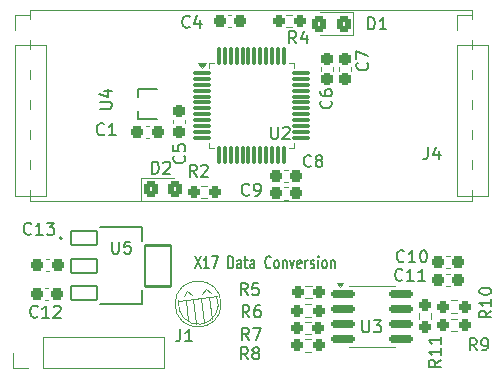
<source format=gto>
%TF.GenerationSoftware,KiCad,Pcbnew,8.0.4*%
%TF.CreationDate,2025-01-10T16:33:03-05:00*%
%TF.ProjectId,X17-Data-Conversion,5831372d-4461-4746-912d-436f6e766572,rev?*%
%TF.SameCoordinates,Original*%
%TF.FileFunction,Legend,Top*%
%TF.FilePolarity,Positive*%
%FSLAX46Y46*%
G04 Gerber Fmt 4.6, Leading zero omitted, Abs format (unit mm)*
G04 Created by KiCad (PCBNEW 8.0.4) date 2025-01-10 16:33:03*
%MOMM*%
%LPD*%
G01*
G04 APERTURE LIST*
G04 Aperture macros list*
%AMRoundRect*
0 Rectangle with rounded corners*
0 $1 Rounding radius*
0 $2 $3 $4 $5 $6 $7 $8 $9 X,Y pos of 4 corners*
0 Add a 4 corners polygon primitive as box body*
4,1,4,$2,$3,$4,$5,$6,$7,$8,$9,$2,$3,0*
0 Add four circle primitives for the rounded corners*
1,1,$1+$1,$2,$3*
1,1,$1+$1,$4,$5*
1,1,$1+$1,$6,$7*
1,1,$1+$1,$8,$9*
0 Add four rect primitives between the rounded corners*
20,1,$1+$1,$2,$3,$4,$5,0*
20,1,$1+$1,$4,$5,$6,$7,0*
20,1,$1+$1,$6,$7,$8,$9,0*
20,1,$1+$1,$8,$9,$2,$3,0*%
G04 Aperture macros list end*
%ADD10C,0.100000*%
%ADD11C,0.152400*%
%ADD12C,0.120000*%
%ADD13C,0.200000*%
%ADD14RoundRect,0.237500X-0.300000X-0.237500X0.300000X-0.237500X0.300000X0.237500X-0.300000X0.237500X0*%
%ADD15RoundRect,0.237500X-0.250000X-0.237500X0.250000X-0.237500X0.250000X0.237500X-0.250000X0.237500X0*%
%ADD16RoundRect,0.237500X0.300000X0.237500X-0.300000X0.237500X-0.300000X-0.237500X0.300000X-0.237500X0*%
%ADD17O,1.700000X1.700000*%
%ADD18R,1.700000X1.700000*%
%ADD19RoundRect,0.150000X-0.825000X-0.150000X0.825000X-0.150000X0.825000X0.150000X-0.825000X0.150000X0*%
%ADD20RoundRect,0.075000X-0.075000X-0.662500X0.075000X-0.662500X0.075000X0.662500X-0.075000X0.662500X0*%
%ADD21RoundRect,0.075000X-0.662500X-0.075000X0.662500X-0.075000X0.662500X0.075000X-0.662500X0.075000X0*%
%ADD22R,1.117600X0.457200*%
%ADD23RoundRect,0.237500X-0.237500X0.250000X-0.237500X-0.250000X0.237500X-0.250000X0.237500X0.250000X0*%
%ADD24RoundRect,0.237500X0.250000X0.237500X-0.250000X0.237500X-0.250000X-0.237500X0.250000X-0.237500X0*%
%ADD25RoundRect,0.250000X0.325000X0.450000X-0.325000X0.450000X-0.325000X-0.450000X0.325000X-0.450000X0*%
%ADD26RoundRect,0.250000X-0.325000X-0.450000X0.325000X-0.450000X0.325000X0.450000X-0.325000X0.450000X0*%
%ADD27RoundRect,0.237500X0.237500X-0.300000X0.237500X0.300000X-0.237500X0.300000X-0.237500X-0.300000X0*%
%ADD28RoundRect,0.102000X-1.100000X-0.600000X1.100000X-0.600000X1.100000X0.600000X-1.100000X0.600000X0*%
%ADD29RoundRect,0.102000X-1.100000X-1.750000X1.100000X-1.750000X1.100000X1.750000X-1.100000X1.750000X0*%
%ADD30RoundRect,0.237500X-0.237500X0.300000X-0.237500X-0.300000X0.237500X-0.300000X0.237500X0.300000X0*%
G04 APERTURE END LIST*
D10*
X157697777Y-89743763D02*
X158097777Y-90083763D01*
X157297777Y-90533763D02*
X157537777Y-92613763D01*
X157992777Y-90443763D02*
X158242777Y-92243763D01*
X156147777Y-89933763D02*
X156547777Y-90273763D01*
X158991653Y-91007526D02*
G75*
G02*
X155099455Y-91007526I-1946099J0D01*
G01*
X155099455Y-91007526D02*
G75*
G02*
X158991653Y-91007526I1946099J0D01*
G01*
X155982777Y-90683763D02*
X156167777Y-92463763D01*
X158610000Y-90350000D02*
G75*
G02*
X155405561Y-90717527I-1544453J-687423D01*
G01*
X155405554Y-90717526D02*
X158610000Y-90350000D01*
X155827777Y-90343763D02*
X156147777Y-89933763D01*
X157377777Y-90153763D02*
X157697777Y-89743763D01*
X156652777Y-90613763D02*
X156842777Y-92663763D01*
D11*
X156769120Y-86961735D02*
X157277120Y-87977735D01*
X157277120Y-86961735D02*
X156769120Y-87977735D01*
X157966548Y-87977735D02*
X157531119Y-87977735D01*
X157748834Y-87977735D02*
X157748834Y-86961735D01*
X157748834Y-86961735D02*
X157676262Y-87106878D01*
X157676262Y-87106878D02*
X157603691Y-87203640D01*
X157603691Y-87203640D02*
X157531119Y-87252021D01*
X158220548Y-86961735D02*
X158728548Y-86961735D01*
X158728548Y-86961735D02*
X158401976Y-87977735D01*
X159599404Y-87977735D02*
X159599404Y-86961735D01*
X159599404Y-86961735D02*
X159780833Y-86961735D01*
X159780833Y-86961735D02*
X159889690Y-87010116D01*
X159889690Y-87010116D02*
X159962261Y-87106878D01*
X159962261Y-87106878D02*
X159998547Y-87203640D01*
X159998547Y-87203640D02*
X160034833Y-87397164D01*
X160034833Y-87397164D02*
X160034833Y-87542307D01*
X160034833Y-87542307D02*
X159998547Y-87735831D01*
X159998547Y-87735831D02*
X159962261Y-87832593D01*
X159962261Y-87832593D02*
X159889690Y-87929355D01*
X159889690Y-87929355D02*
X159780833Y-87977735D01*
X159780833Y-87977735D02*
X159599404Y-87977735D01*
X160687976Y-87977735D02*
X160687976Y-87445545D01*
X160687976Y-87445545D02*
X160651690Y-87348783D01*
X160651690Y-87348783D02*
X160579118Y-87300402D01*
X160579118Y-87300402D02*
X160433976Y-87300402D01*
X160433976Y-87300402D02*
X160361404Y-87348783D01*
X160687976Y-87929355D02*
X160615404Y-87977735D01*
X160615404Y-87977735D02*
X160433976Y-87977735D01*
X160433976Y-87977735D02*
X160361404Y-87929355D01*
X160361404Y-87929355D02*
X160325118Y-87832593D01*
X160325118Y-87832593D02*
X160325118Y-87735831D01*
X160325118Y-87735831D02*
X160361404Y-87639069D01*
X160361404Y-87639069D02*
X160433976Y-87590688D01*
X160433976Y-87590688D02*
X160615404Y-87590688D01*
X160615404Y-87590688D02*
X160687976Y-87542307D01*
X160941976Y-87300402D02*
X161232262Y-87300402D01*
X161050833Y-86961735D02*
X161050833Y-87832593D01*
X161050833Y-87832593D02*
X161087119Y-87929355D01*
X161087119Y-87929355D02*
X161159690Y-87977735D01*
X161159690Y-87977735D02*
X161232262Y-87977735D01*
X161812834Y-87977735D02*
X161812834Y-87445545D01*
X161812834Y-87445545D02*
X161776548Y-87348783D01*
X161776548Y-87348783D02*
X161703976Y-87300402D01*
X161703976Y-87300402D02*
X161558834Y-87300402D01*
X161558834Y-87300402D02*
X161486262Y-87348783D01*
X161812834Y-87929355D02*
X161740262Y-87977735D01*
X161740262Y-87977735D02*
X161558834Y-87977735D01*
X161558834Y-87977735D02*
X161486262Y-87929355D01*
X161486262Y-87929355D02*
X161449976Y-87832593D01*
X161449976Y-87832593D02*
X161449976Y-87735831D01*
X161449976Y-87735831D02*
X161486262Y-87639069D01*
X161486262Y-87639069D02*
X161558834Y-87590688D01*
X161558834Y-87590688D02*
X161740262Y-87590688D01*
X161740262Y-87590688D02*
X161812834Y-87542307D01*
X163191691Y-87880974D02*
X163155405Y-87929355D01*
X163155405Y-87929355D02*
X163046548Y-87977735D01*
X163046548Y-87977735D02*
X162973976Y-87977735D01*
X162973976Y-87977735D02*
X162865119Y-87929355D01*
X162865119Y-87929355D02*
X162792548Y-87832593D01*
X162792548Y-87832593D02*
X162756262Y-87735831D01*
X162756262Y-87735831D02*
X162719976Y-87542307D01*
X162719976Y-87542307D02*
X162719976Y-87397164D01*
X162719976Y-87397164D02*
X162756262Y-87203640D01*
X162756262Y-87203640D02*
X162792548Y-87106878D01*
X162792548Y-87106878D02*
X162865119Y-87010116D01*
X162865119Y-87010116D02*
X162973976Y-86961735D01*
X162973976Y-86961735D02*
X163046548Y-86961735D01*
X163046548Y-86961735D02*
X163155405Y-87010116D01*
X163155405Y-87010116D02*
X163191691Y-87058497D01*
X163627119Y-87977735D02*
X163554548Y-87929355D01*
X163554548Y-87929355D02*
X163518262Y-87880974D01*
X163518262Y-87880974D02*
X163481976Y-87784212D01*
X163481976Y-87784212D02*
X163481976Y-87493926D01*
X163481976Y-87493926D02*
X163518262Y-87397164D01*
X163518262Y-87397164D02*
X163554548Y-87348783D01*
X163554548Y-87348783D02*
X163627119Y-87300402D01*
X163627119Y-87300402D02*
X163735976Y-87300402D01*
X163735976Y-87300402D02*
X163808548Y-87348783D01*
X163808548Y-87348783D02*
X163844834Y-87397164D01*
X163844834Y-87397164D02*
X163881119Y-87493926D01*
X163881119Y-87493926D02*
X163881119Y-87784212D01*
X163881119Y-87784212D02*
X163844834Y-87880974D01*
X163844834Y-87880974D02*
X163808548Y-87929355D01*
X163808548Y-87929355D02*
X163735976Y-87977735D01*
X163735976Y-87977735D02*
X163627119Y-87977735D01*
X164207691Y-87300402D02*
X164207691Y-87977735D01*
X164207691Y-87397164D02*
X164243977Y-87348783D01*
X164243977Y-87348783D02*
X164316548Y-87300402D01*
X164316548Y-87300402D02*
X164425405Y-87300402D01*
X164425405Y-87300402D02*
X164497977Y-87348783D01*
X164497977Y-87348783D02*
X164534263Y-87445545D01*
X164534263Y-87445545D02*
X164534263Y-87977735D01*
X164824549Y-87300402D02*
X165005977Y-87977735D01*
X165005977Y-87977735D02*
X165187406Y-87300402D01*
X165767977Y-87929355D02*
X165695405Y-87977735D01*
X165695405Y-87977735D02*
X165550263Y-87977735D01*
X165550263Y-87977735D02*
X165477691Y-87929355D01*
X165477691Y-87929355D02*
X165441405Y-87832593D01*
X165441405Y-87832593D02*
X165441405Y-87445545D01*
X165441405Y-87445545D02*
X165477691Y-87348783D01*
X165477691Y-87348783D02*
X165550263Y-87300402D01*
X165550263Y-87300402D02*
X165695405Y-87300402D01*
X165695405Y-87300402D02*
X165767977Y-87348783D01*
X165767977Y-87348783D02*
X165804263Y-87445545D01*
X165804263Y-87445545D02*
X165804263Y-87542307D01*
X165804263Y-87542307D02*
X165441405Y-87639069D01*
X166130834Y-87977735D02*
X166130834Y-87300402D01*
X166130834Y-87493926D02*
X166167120Y-87397164D01*
X166167120Y-87397164D02*
X166203406Y-87348783D01*
X166203406Y-87348783D02*
X166275977Y-87300402D01*
X166275977Y-87300402D02*
X166348548Y-87300402D01*
X166566262Y-87929355D02*
X166638834Y-87977735D01*
X166638834Y-87977735D02*
X166783977Y-87977735D01*
X166783977Y-87977735D02*
X166856548Y-87929355D01*
X166856548Y-87929355D02*
X166892834Y-87832593D01*
X166892834Y-87832593D02*
X166892834Y-87784212D01*
X166892834Y-87784212D02*
X166856548Y-87687450D01*
X166856548Y-87687450D02*
X166783977Y-87639069D01*
X166783977Y-87639069D02*
X166675120Y-87639069D01*
X166675120Y-87639069D02*
X166602548Y-87590688D01*
X166602548Y-87590688D02*
X166566262Y-87493926D01*
X166566262Y-87493926D02*
X166566262Y-87445545D01*
X166566262Y-87445545D02*
X166602548Y-87348783D01*
X166602548Y-87348783D02*
X166675120Y-87300402D01*
X166675120Y-87300402D02*
X166783977Y-87300402D01*
X166783977Y-87300402D02*
X166856548Y-87348783D01*
X167219405Y-87977735D02*
X167219405Y-87300402D01*
X167219405Y-86961735D02*
X167183119Y-87010116D01*
X167183119Y-87010116D02*
X167219405Y-87058497D01*
X167219405Y-87058497D02*
X167255691Y-87010116D01*
X167255691Y-87010116D02*
X167219405Y-86961735D01*
X167219405Y-86961735D02*
X167219405Y-87058497D01*
X167691119Y-87977735D02*
X167618548Y-87929355D01*
X167618548Y-87929355D02*
X167582262Y-87880974D01*
X167582262Y-87880974D02*
X167545976Y-87784212D01*
X167545976Y-87784212D02*
X167545976Y-87493926D01*
X167545976Y-87493926D02*
X167582262Y-87397164D01*
X167582262Y-87397164D02*
X167618548Y-87348783D01*
X167618548Y-87348783D02*
X167691119Y-87300402D01*
X167691119Y-87300402D02*
X167799976Y-87300402D01*
X167799976Y-87300402D02*
X167872548Y-87348783D01*
X167872548Y-87348783D02*
X167908834Y-87397164D01*
X167908834Y-87397164D02*
X167945119Y-87493926D01*
X167945119Y-87493926D02*
X167945119Y-87784212D01*
X167945119Y-87784212D02*
X167908834Y-87880974D01*
X167908834Y-87880974D02*
X167872548Y-87929355D01*
X167872548Y-87929355D02*
X167799976Y-87977735D01*
X167799976Y-87977735D02*
X167691119Y-87977735D01*
X168271691Y-87300402D02*
X168271691Y-87977735D01*
X168271691Y-87397164D02*
X168307977Y-87348783D01*
X168307977Y-87348783D02*
X168380548Y-87300402D01*
X168380548Y-87300402D02*
X168489405Y-87300402D01*
X168489405Y-87300402D02*
X168561977Y-87348783D01*
X168561977Y-87348783D02*
X168598263Y-87445545D01*
X168598263Y-87445545D02*
X168598263Y-87977735D01*
X161370667Y-81735334D02*
X161322286Y-81783715D01*
X161322286Y-81783715D02*
X161177143Y-81832095D01*
X161177143Y-81832095D02*
X161080381Y-81832095D01*
X161080381Y-81832095D02*
X160935238Y-81783715D01*
X160935238Y-81783715D02*
X160838476Y-81686953D01*
X160838476Y-81686953D02*
X160790095Y-81590191D01*
X160790095Y-81590191D02*
X160741714Y-81396667D01*
X160741714Y-81396667D02*
X160741714Y-81251524D01*
X160741714Y-81251524D02*
X160790095Y-81058000D01*
X160790095Y-81058000D02*
X160838476Y-80961238D01*
X160838476Y-80961238D02*
X160935238Y-80864476D01*
X160935238Y-80864476D02*
X161080381Y-80816095D01*
X161080381Y-80816095D02*
X161177143Y-80816095D01*
X161177143Y-80816095D02*
X161322286Y-80864476D01*
X161322286Y-80864476D02*
X161370667Y-80912857D01*
X161854476Y-81832095D02*
X162048000Y-81832095D01*
X162048000Y-81832095D02*
X162144762Y-81783715D01*
X162144762Y-81783715D02*
X162193143Y-81735334D01*
X162193143Y-81735334D02*
X162289905Y-81590191D01*
X162289905Y-81590191D02*
X162338286Y-81396667D01*
X162338286Y-81396667D02*
X162338286Y-81009619D01*
X162338286Y-81009619D02*
X162289905Y-80912857D01*
X162289905Y-80912857D02*
X162241524Y-80864476D01*
X162241524Y-80864476D02*
X162144762Y-80816095D01*
X162144762Y-80816095D02*
X161951238Y-80816095D01*
X161951238Y-80816095D02*
X161854476Y-80864476D01*
X161854476Y-80864476D02*
X161806095Y-80912857D01*
X161806095Y-80912857D02*
X161757714Y-81009619D01*
X161757714Y-81009619D02*
X161757714Y-81251524D01*
X161757714Y-81251524D02*
X161806095Y-81348286D01*
X161806095Y-81348286D02*
X161854476Y-81396667D01*
X161854476Y-81396667D02*
X161951238Y-81445048D01*
X161951238Y-81445048D02*
X162144762Y-81445048D01*
X162144762Y-81445048D02*
X162241524Y-81396667D01*
X162241524Y-81396667D02*
X162289905Y-81348286D01*
X162289905Y-81348286D02*
X162338286Y-81251524D01*
X161340667Y-94062095D02*
X161002000Y-93578286D01*
X160760095Y-94062095D02*
X160760095Y-93046095D01*
X160760095Y-93046095D02*
X161147143Y-93046095D01*
X161147143Y-93046095D02*
X161243905Y-93094476D01*
X161243905Y-93094476D02*
X161292286Y-93142857D01*
X161292286Y-93142857D02*
X161340667Y-93239619D01*
X161340667Y-93239619D02*
X161340667Y-93384762D01*
X161340667Y-93384762D02*
X161292286Y-93481524D01*
X161292286Y-93481524D02*
X161243905Y-93529905D01*
X161243905Y-93529905D02*
X161147143Y-93578286D01*
X161147143Y-93578286D02*
X160760095Y-93578286D01*
X161679333Y-93046095D02*
X162356667Y-93046095D01*
X162356667Y-93046095D02*
X161921238Y-94062095D01*
X142916857Y-85045334D02*
X142868476Y-85093715D01*
X142868476Y-85093715D02*
X142723333Y-85142095D01*
X142723333Y-85142095D02*
X142626571Y-85142095D01*
X142626571Y-85142095D02*
X142481428Y-85093715D01*
X142481428Y-85093715D02*
X142384666Y-84996953D01*
X142384666Y-84996953D02*
X142336285Y-84900191D01*
X142336285Y-84900191D02*
X142287904Y-84706667D01*
X142287904Y-84706667D02*
X142287904Y-84561524D01*
X142287904Y-84561524D02*
X142336285Y-84368000D01*
X142336285Y-84368000D02*
X142384666Y-84271238D01*
X142384666Y-84271238D02*
X142481428Y-84174476D01*
X142481428Y-84174476D02*
X142626571Y-84126095D01*
X142626571Y-84126095D02*
X142723333Y-84126095D01*
X142723333Y-84126095D02*
X142868476Y-84174476D01*
X142868476Y-84174476D02*
X142916857Y-84222857D01*
X143884476Y-85142095D02*
X143303904Y-85142095D01*
X143594190Y-85142095D02*
X143594190Y-84126095D01*
X143594190Y-84126095D02*
X143497428Y-84271238D01*
X143497428Y-84271238D02*
X143400666Y-84368000D01*
X143400666Y-84368000D02*
X143303904Y-84416381D01*
X144223142Y-84126095D02*
X144852095Y-84126095D01*
X144852095Y-84126095D02*
X144513428Y-84513143D01*
X144513428Y-84513143D02*
X144658571Y-84513143D01*
X144658571Y-84513143D02*
X144755333Y-84561524D01*
X144755333Y-84561524D02*
X144803714Y-84609905D01*
X144803714Y-84609905D02*
X144852095Y-84706667D01*
X144852095Y-84706667D02*
X144852095Y-84948572D01*
X144852095Y-84948572D02*
X144803714Y-85045334D01*
X144803714Y-85045334D02*
X144755333Y-85093715D01*
X144755333Y-85093715D02*
X144658571Y-85142095D01*
X144658571Y-85142095D02*
X144368285Y-85142095D01*
X144368285Y-85142095D02*
X144271523Y-85093715D01*
X144271523Y-85093715D02*
X144223142Y-85045334D01*
X176511333Y-77746095D02*
X176511333Y-78471810D01*
X176511333Y-78471810D02*
X176462952Y-78616953D01*
X176462952Y-78616953D02*
X176366190Y-78713715D01*
X176366190Y-78713715D02*
X176221047Y-78762095D01*
X176221047Y-78762095D02*
X176124285Y-78762095D01*
X177430571Y-78084762D02*
X177430571Y-78762095D01*
X177188666Y-77697715D02*
X176946761Y-78423429D01*
X176946761Y-78423429D02*
X177575714Y-78423429D01*
X174346857Y-88955334D02*
X174298476Y-89003715D01*
X174298476Y-89003715D02*
X174153333Y-89052095D01*
X174153333Y-89052095D02*
X174056571Y-89052095D01*
X174056571Y-89052095D02*
X173911428Y-89003715D01*
X173911428Y-89003715D02*
X173814666Y-88906953D01*
X173814666Y-88906953D02*
X173766285Y-88810191D01*
X173766285Y-88810191D02*
X173717904Y-88616667D01*
X173717904Y-88616667D02*
X173717904Y-88471524D01*
X173717904Y-88471524D02*
X173766285Y-88278000D01*
X173766285Y-88278000D02*
X173814666Y-88181238D01*
X173814666Y-88181238D02*
X173911428Y-88084476D01*
X173911428Y-88084476D02*
X174056571Y-88036095D01*
X174056571Y-88036095D02*
X174153333Y-88036095D01*
X174153333Y-88036095D02*
X174298476Y-88084476D01*
X174298476Y-88084476D02*
X174346857Y-88132857D01*
X175314476Y-89052095D02*
X174733904Y-89052095D01*
X175024190Y-89052095D02*
X175024190Y-88036095D01*
X175024190Y-88036095D02*
X174927428Y-88181238D01*
X174927428Y-88181238D02*
X174830666Y-88278000D01*
X174830666Y-88278000D02*
X174733904Y-88326381D01*
X176282095Y-89052095D02*
X175701523Y-89052095D01*
X175991809Y-89052095D02*
X175991809Y-88036095D01*
X175991809Y-88036095D02*
X175895047Y-88181238D01*
X175895047Y-88181238D02*
X175798285Y-88278000D01*
X175798285Y-88278000D02*
X175701523Y-88326381D01*
X181872095Y-91563142D02*
X181388286Y-91901809D01*
X181872095Y-92143714D02*
X180856095Y-92143714D01*
X180856095Y-92143714D02*
X180856095Y-91756666D01*
X180856095Y-91756666D02*
X180904476Y-91659904D01*
X180904476Y-91659904D02*
X180952857Y-91611523D01*
X180952857Y-91611523D02*
X181049619Y-91563142D01*
X181049619Y-91563142D02*
X181194762Y-91563142D01*
X181194762Y-91563142D02*
X181291524Y-91611523D01*
X181291524Y-91611523D02*
X181339905Y-91659904D01*
X181339905Y-91659904D02*
X181388286Y-91756666D01*
X181388286Y-91756666D02*
X181388286Y-92143714D01*
X181872095Y-90595523D02*
X181872095Y-91176095D01*
X181872095Y-90885809D02*
X180856095Y-90885809D01*
X180856095Y-90885809D02*
X181001238Y-90982571D01*
X181001238Y-90982571D02*
X181098000Y-91079333D01*
X181098000Y-91079333D02*
X181146381Y-91176095D01*
X180856095Y-89966571D02*
X180856095Y-89869809D01*
X180856095Y-89869809D02*
X180904476Y-89773047D01*
X180904476Y-89773047D02*
X180952857Y-89724666D01*
X180952857Y-89724666D02*
X181049619Y-89676285D01*
X181049619Y-89676285D02*
X181243143Y-89627904D01*
X181243143Y-89627904D02*
X181485048Y-89627904D01*
X181485048Y-89627904D02*
X181678572Y-89676285D01*
X181678572Y-89676285D02*
X181775334Y-89724666D01*
X181775334Y-89724666D02*
X181823715Y-89773047D01*
X181823715Y-89773047D02*
X181872095Y-89869809D01*
X181872095Y-89869809D02*
X181872095Y-89966571D01*
X181872095Y-89966571D02*
X181823715Y-90063333D01*
X181823715Y-90063333D02*
X181775334Y-90111714D01*
X181775334Y-90111714D02*
X181678572Y-90160095D01*
X181678572Y-90160095D02*
X181485048Y-90208476D01*
X181485048Y-90208476D02*
X181243143Y-90208476D01*
X181243143Y-90208476D02*
X181049619Y-90160095D01*
X181049619Y-90160095D02*
X180952857Y-90111714D01*
X180952857Y-90111714D02*
X180904476Y-90063333D01*
X180904476Y-90063333D02*
X180856095Y-89966571D01*
X170945904Y-92396095D02*
X170945904Y-93218572D01*
X170945904Y-93218572D02*
X170994285Y-93315334D01*
X170994285Y-93315334D02*
X171042666Y-93363715D01*
X171042666Y-93363715D02*
X171139428Y-93412095D01*
X171139428Y-93412095D02*
X171332952Y-93412095D01*
X171332952Y-93412095D02*
X171429714Y-93363715D01*
X171429714Y-93363715D02*
X171478095Y-93315334D01*
X171478095Y-93315334D02*
X171526476Y-93218572D01*
X171526476Y-93218572D02*
X171526476Y-92396095D01*
X171913523Y-92396095D02*
X172542476Y-92396095D01*
X172542476Y-92396095D02*
X172203809Y-92783143D01*
X172203809Y-92783143D02*
X172348952Y-92783143D01*
X172348952Y-92783143D02*
X172445714Y-92831524D01*
X172445714Y-92831524D02*
X172494095Y-92879905D01*
X172494095Y-92879905D02*
X172542476Y-92976667D01*
X172542476Y-92976667D02*
X172542476Y-93218572D01*
X172542476Y-93218572D02*
X172494095Y-93315334D01*
X172494095Y-93315334D02*
X172445714Y-93363715D01*
X172445714Y-93363715D02*
X172348952Y-93412095D01*
X172348952Y-93412095D02*
X172058666Y-93412095D01*
X172058666Y-93412095D02*
X171961904Y-93363715D01*
X171961904Y-93363715D02*
X171913523Y-93315334D01*
X163215904Y-76006095D02*
X163215904Y-76828572D01*
X163215904Y-76828572D02*
X163264285Y-76925334D01*
X163264285Y-76925334D02*
X163312666Y-76973715D01*
X163312666Y-76973715D02*
X163409428Y-77022095D01*
X163409428Y-77022095D02*
X163602952Y-77022095D01*
X163602952Y-77022095D02*
X163699714Y-76973715D01*
X163699714Y-76973715D02*
X163748095Y-76925334D01*
X163748095Y-76925334D02*
X163796476Y-76828572D01*
X163796476Y-76828572D02*
X163796476Y-76006095D01*
X164231904Y-76102857D02*
X164280285Y-76054476D01*
X164280285Y-76054476D02*
X164377047Y-76006095D01*
X164377047Y-76006095D02*
X164618952Y-76006095D01*
X164618952Y-76006095D02*
X164715714Y-76054476D01*
X164715714Y-76054476D02*
X164764095Y-76102857D01*
X164764095Y-76102857D02*
X164812476Y-76199619D01*
X164812476Y-76199619D02*
X164812476Y-76296381D01*
X164812476Y-76296381D02*
X164764095Y-76441524D01*
X164764095Y-76441524D02*
X164183523Y-77022095D01*
X164183523Y-77022095D02*
X164812476Y-77022095D01*
X161260667Y-95702095D02*
X160922000Y-95218286D01*
X160680095Y-95702095D02*
X160680095Y-94686095D01*
X160680095Y-94686095D02*
X161067143Y-94686095D01*
X161067143Y-94686095D02*
X161163905Y-94734476D01*
X161163905Y-94734476D02*
X161212286Y-94782857D01*
X161212286Y-94782857D02*
X161260667Y-94879619D01*
X161260667Y-94879619D02*
X161260667Y-95024762D01*
X161260667Y-95024762D02*
X161212286Y-95121524D01*
X161212286Y-95121524D02*
X161163905Y-95169905D01*
X161163905Y-95169905D02*
X161067143Y-95218286D01*
X161067143Y-95218286D02*
X160680095Y-95218286D01*
X161841238Y-95121524D02*
X161744476Y-95073143D01*
X161744476Y-95073143D02*
X161696095Y-95024762D01*
X161696095Y-95024762D02*
X161647714Y-94928000D01*
X161647714Y-94928000D02*
X161647714Y-94879619D01*
X161647714Y-94879619D02*
X161696095Y-94782857D01*
X161696095Y-94782857D02*
X161744476Y-94734476D01*
X161744476Y-94734476D02*
X161841238Y-94686095D01*
X161841238Y-94686095D02*
X162034762Y-94686095D01*
X162034762Y-94686095D02*
X162131524Y-94734476D01*
X162131524Y-94734476D02*
X162179905Y-94782857D01*
X162179905Y-94782857D02*
X162228286Y-94879619D01*
X162228286Y-94879619D02*
X162228286Y-94928000D01*
X162228286Y-94928000D02*
X162179905Y-95024762D01*
X162179905Y-95024762D02*
X162131524Y-95073143D01*
X162131524Y-95073143D02*
X162034762Y-95121524D01*
X162034762Y-95121524D02*
X161841238Y-95121524D01*
X161841238Y-95121524D02*
X161744476Y-95169905D01*
X161744476Y-95169905D02*
X161696095Y-95218286D01*
X161696095Y-95218286D02*
X161647714Y-95315048D01*
X161647714Y-95315048D02*
X161647714Y-95508572D01*
X161647714Y-95508572D02*
X161696095Y-95605334D01*
X161696095Y-95605334D02*
X161744476Y-95653715D01*
X161744476Y-95653715D02*
X161841238Y-95702095D01*
X161841238Y-95702095D02*
X162034762Y-95702095D01*
X162034762Y-95702095D02*
X162131524Y-95653715D01*
X162131524Y-95653715D02*
X162179905Y-95605334D01*
X162179905Y-95605334D02*
X162228286Y-95508572D01*
X162228286Y-95508572D02*
X162228286Y-95315048D01*
X162228286Y-95315048D02*
X162179905Y-95218286D01*
X162179905Y-95218286D02*
X162131524Y-95169905D01*
X162131524Y-95169905D02*
X162034762Y-95121524D01*
X143466857Y-92055334D02*
X143418476Y-92103715D01*
X143418476Y-92103715D02*
X143273333Y-92152095D01*
X143273333Y-92152095D02*
X143176571Y-92152095D01*
X143176571Y-92152095D02*
X143031428Y-92103715D01*
X143031428Y-92103715D02*
X142934666Y-92006953D01*
X142934666Y-92006953D02*
X142886285Y-91910191D01*
X142886285Y-91910191D02*
X142837904Y-91716667D01*
X142837904Y-91716667D02*
X142837904Y-91571524D01*
X142837904Y-91571524D02*
X142886285Y-91378000D01*
X142886285Y-91378000D02*
X142934666Y-91281238D01*
X142934666Y-91281238D02*
X143031428Y-91184476D01*
X143031428Y-91184476D02*
X143176571Y-91136095D01*
X143176571Y-91136095D02*
X143273333Y-91136095D01*
X143273333Y-91136095D02*
X143418476Y-91184476D01*
X143418476Y-91184476D02*
X143466857Y-91232857D01*
X144434476Y-92152095D02*
X143853904Y-92152095D01*
X144144190Y-92152095D02*
X144144190Y-91136095D01*
X144144190Y-91136095D02*
X144047428Y-91281238D01*
X144047428Y-91281238D02*
X143950666Y-91378000D01*
X143950666Y-91378000D02*
X143853904Y-91426381D01*
X144821523Y-91232857D02*
X144869904Y-91184476D01*
X144869904Y-91184476D02*
X144966666Y-91136095D01*
X144966666Y-91136095D02*
X145208571Y-91136095D01*
X145208571Y-91136095D02*
X145305333Y-91184476D01*
X145305333Y-91184476D02*
X145353714Y-91232857D01*
X145353714Y-91232857D02*
X145402095Y-91329619D01*
X145402095Y-91329619D02*
X145402095Y-91426381D01*
X145402095Y-91426381D02*
X145353714Y-91571524D01*
X145353714Y-91571524D02*
X144773142Y-92152095D01*
X144773142Y-92152095D02*
X145402095Y-92152095D01*
X161390667Y-92132095D02*
X161052000Y-91648286D01*
X160810095Y-92132095D02*
X160810095Y-91116095D01*
X160810095Y-91116095D02*
X161197143Y-91116095D01*
X161197143Y-91116095D02*
X161293905Y-91164476D01*
X161293905Y-91164476D02*
X161342286Y-91212857D01*
X161342286Y-91212857D02*
X161390667Y-91309619D01*
X161390667Y-91309619D02*
X161390667Y-91454762D01*
X161390667Y-91454762D02*
X161342286Y-91551524D01*
X161342286Y-91551524D02*
X161293905Y-91599905D01*
X161293905Y-91599905D02*
X161197143Y-91648286D01*
X161197143Y-91648286D02*
X160810095Y-91648286D01*
X162261524Y-91116095D02*
X162068000Y-91116095D01*
X162068000Y-91116095D02*
X161971238Y-91164476D01*
X161971238Y-91164476D02*
X161922857Y-91212857D01*
X161922857Y-91212857D02*
X161826095Y-91358000D01*
X161826095Y-91358000D02*
X161777714Y-91551524D01*
X161777714Y-91551524D02*
X161777714Y-91938572D01*
X161777714Y-91938572D02*
X161826095Y-92035334D01*
X161826095Y-92035334D02*
X161874476Y-92083715D01*
X161874476Y-92083715D02*
X161971238Y-92132095D01*
X161971238Y-92132095D02*
X162164762Y-92132095D01*
X162164762Y-92132095D02*
X162261524Y-92083715D01*
X162261524Y-92083715D02*
X162309905Y-92035334D01*
X162309905Y-92035334D02*
X162358286Y-91938572D01*
X162358286Y-91938572D02*
X162358286Y-91696667D01*
X162358286Y-91696667D02*
X162309905Y-91599905D01*
X162309905Y-91599905D02*
X162261524Y-91551524D01*
X162261524Y-91551524D02*
X162164762Y-91503143D01*
X162164762Y-91503143D02*
X161971238Y-91503143D01*
X161971238Y-91503143D02*
X161874476Y-91551524D01*
X161874476Y-91551524D02*
X161826095Y-91599905D01*
X161826095Y-91599905D02*
X161777714Y-91696667D01*
X148736095Y-74464095D02*
X149558572Y-74464095D01*
X149558572Y-74464095D02*
X149655334Y-74415714D01*
X149655334Y-74415714D02*
X149703715Y-74367333D01*
X149703715Y-74367333D02*
X149752095Y-74270571D01*
X149752095Y-74270571D02*
X149752095Y-74077047D01*
X149752095Y-74077047D02*
X149703715Y-73980285D01*
X149703715Y-73980285D02*
X149655334Y-73931904D01*
X149655334Y-73931904D02*
X149558572Y-73883523D01*
X149558572Y-73883523D02*
X148736095Y-73883523D01*
X149074762Y-72964285D02*
X149752095Y-72964285D01*
X148687715Y-73206190D02*
X149413429Y-73448095D01*
X149413429Y-73448095D02*
X149413429Y-72819142D01*
X177572095Y-95733142D02*
X177088286Y-96071809D01*
X177572095Y-96313714D02*
X176556095Y-96313714D01*
X176556095Y-96313714D02*
X176556095Y-95926666D01*
X176556095Y-95926666D02*
X176604476Y-95829904D01*
X176604476Y-95829904D02*
X176652857Y-95781523D01*
X176652857Y-95781523D02*
X176749619Y-95733142D01*
X176749619Y-95733142D02*
X176894762Y-95733142D01*
X176894762Y-95733142D02*
X176991524Y-95781523D01*
X176991524Y-95781523D02*
X177039905Y-95829904D01*
X177039905Y-95829904D02*
X177088286Y-95926666D01*
X177088286Y-95926666D02*
X177088286Y-96313714D01*
X177572095Y-94765523D02*
X177572095Y-95346095D01*
X177572095Y-95055809D02*
X176556095Y-95055809D01*
X176556095Y-95055809D02*
X176701238Y-95152571D01*
X176701238Y-95152571D02*
X176798000Y-95249333D01*
X176798000Y-95249333D02*
X176846381Y-95346095D01*
X177572095Y-93797904D02*
X177572095Y-94378476D01*
X177572095Y-94088190D02*
X176556095Y-94088190D01*
X176556095Y-94088190D02*
X176701238Y-94184952D01*
X176701238Y-94184952D02*
X176798000Y-94281714D01*
X176798000Y-94281714D02*
X176846381Y-94378476D01*
X180630667Y-94932095D02*
X180292000Y-94448286D01*
X180050095Y-94932095D02*
X180050095Y-93916095D01*
X180050095Y-93916095D02*
X180437143Y-93916095D01*
X180437143Y-93916095D02*
X180533905Y-93964476D01*
X180533905Y-93964476D02*
X180582286Y-94012857D01*
X180582286Y-94012857D02*
X180630667Y-94109619D01*
X180630667Y-94109619D02*
X180630667Y-94254762D01*
X180630667Y-94254762D02*
X180582286Y-94351524D01*
X180582286Y-94351524D02*
X180533905Y-94399905D01*
X180533905Y-94399905D02*
X180437143Y-94448286D01*
X180437143Y-94448286D02*
X180050095Y-94448286D01*
X181114476Y-94932095D02*
X181308000Y-94932095D01*
X181308000Y-94932095D02*
X181404762Y-94883715D01*
X181404762Y-94883715D02*
X181453143Y-94835334D01*
X181453143Y-94835334D02*
X181549905Y-94690191D01*
X181549905Y-94690191D02*
X181598286Y-94496667D01*
X181598286Y-94496667D02*
X181598286Y-94109619D01*
X181598286Y-94109619D02*
X181549905Y-94012857D01*
X181549905Y-94012857D02*
X181501524Y-93964476D01*
X181501524Y-93964476D02*
X181404762Y-93916095D01*
X181404762Y-93916095D02*
X181211238Y-93916095D01*
X181211238Y-93916095D02*
X181114476Y-93964476D01*
X181114476Y-93964476D02*
X181066095Y-94012857D01*
X181066095Y-94012857D02*
X181017714Y-94109619D01*
X181017714Y-94109619D02*
X181017714Y-94351524D01*
X181017714Y-94351524D02*
X181066095Y-94448286D01*
X181066095Y-94448286D02*
X181114476Y-94496667D01*
X181114476Y-94496667D02*
X181211238Y-94545048D01*
X181211238Y-94545048D02*
X181404762Y-94545048D01*
X181404762Y-94545048D02*
X181501524Y-94496667D01*
X181501524Y-94496667D02*
X181549905Y-94448286D01*
X181549905Y-94448286D02*
X181598286Y-94351524D01*
X171440095Y-67752095D02*
X171440095Y-66736095D01*
X171440095Y-66736095D02*
X171682000Y-66736095D01*
X171682000Y-66736095D02*
X171827143Y-66784476D01*
X171827143Y-66784476D02*
X171923905Y-66881238D01*
X171923905Y-66881238D02*
X171972286Y-66978000D01*
X171972286Y-66978000D02*
X172020667Y-67171524D01*
X172020667Y-67171524D02*
X172020667Y-67316667D01*
X172020667Y-67316667D02*
X171972286Y-67510191D01*
X171972286Y-67510191D02*
X171923905Y-67606953D01*
X171923905Y-67606953D02*
X171827143Y-67703715D01*
X171827143Y-67703715D02*
X171682000Y-67752095D01*
X171682000Y-67752095D02*
X171440095Y-67752095D01*
X172988286Y-67752095D02*
X172407714Y-67752095D01*
X172698000Y-67752095D02*
X172698000Y-66736095D01*
X172698000Y-66736095D02*
X172601238Y-66881238D01*
X172601238Y-66881238D02*
X172504476Y-66978000D01*
X172504476Y-66978000D02*
X172407714Y-67026381D01*
X153140095Y-79972095D02*
X153140095Y-78956095D01*
X153140095Y-78956095D02*
X153382000Y-78956095D01*
X153382000Y-78956095D02*
X153527143Y-79004476D01*
X153527143Y-79004476D02*
X153623905Y-79101238D01*
X153623905Y-79101238D02*
X153672286Y-79198000D01*
X153672286Y-79198000D02*
X153720667Y-79391524D01*
X153720667Y-79391524D02*
X153720667Y-79536667D01*
X153720667Y-79536667D02*
X153672286Y-79730191D01*
X153672286Y-79730191D02*
X153623905Y-79826953D01*
X153623905Y-79826953D02*
X153527143Y-79923715D01*
X153527143Y-79923715D02*
X153382000Y-79972095D01*
X153382000Y-79972095D02*
X153140095Y-79972095D01*
X154107714Y-79052857D02*
X154156095Y-79004476D01*
X154156095Y-79004476D02*
X154252857Y-78956095D01*
X154252857Y-78956095D02*
X154494762Y-78956095D01*
X154494762Y-78956095D02*
X154591524Y-79004476D01*
X154591524Y-79004476D02*
X154639905Y-79052857D01*
X154639905Y-79052857D02*
X154688286Y-79149619D01*
X154688286Y-79149619D02*
X154688286Y-79246381D01*
X154688286Y-79246381D02*
X154639905Y-79391524D01*
X154639905Y-79391524D02*
X154059333Y-79972095D01*
X154059333Y-79972095D02*
X154688286Y-79972095D01*
X155531333Y-93136095D02*
X155531333Y-93861810D01*
X155531333Y-93861810D02*
X155482952Y-94006953D01*
X155482952Y-94006953D02*
X155386190Y-94103715D01*
X155386190Y-94103715D02*
X155241047Y-94152095D01*
X155241047Y-94152095D02*
X155144285Y-94152095D01*
X156547333Y-94152095D02*
X155966761Y-94152095D01*
X156257047Y-94152095D02*
X156257047Y-93136095D01*
X156257047Y-93136095D02*
X156160285Y-93281238D01*
X156160285Y-93281238D02*
X156063523Y-93378000D01*
X156063523Y-93378000D02*
X155966761Y-93426381D01*
X166600667Y-79315334D02*
X166552286Y-79363715D01*
X166552286Y-79363715D02*
X166407143Y-79412095D01*
X166407143Y-79412095D02*
X166310381Y-79412095D01*
X166310381Y-79412095D02*
X166165238Y-79363715D01*
X166165238Y-79363715D02*
X166068476Y-79266953D01*
X166068476Y-79266953D02*
X166020095Y-79170191D01*
X166020095Y-79170191D02*
X165971714Y-78976667D01*
X165971714Y-78976667D02*
X165971714Y-78831524D01*
X165971714Y-78831524D02*
X166020095Y-78638000D01*
X166020095Y-78638000D02*
X166068476Y-78541238D01*
X166068476Y-78541238D02*
X166165238Y-78444476D01*
X166165238Y-78444476D02*
X166310381Y-78396095D01*
X166310381Y-78396095D02*
X166407143Y-78396095D01*
X166407143Y-78396095D02*
X166552286Y-78444476D01*
X166552286Y-78444476D02*
X166600667Y-78492857D01*
X167181238Y-78831524D02*
X167084476Y-78783143D01*
X167084476Y-78783143D02*
X167036095Y-78734762D01*
X167036095Y-78734762D02*
X166987714Y-78638000D01*
X166987714Y-78638000D02*
X166987714Y-78589619D01*
X166987714Y-78589619D02*
X167036095Y-78492857D01*
X167036095Y-78492857D02*
X167084476Y-78444476D01*
X167084476Y-78444476D02*
X167181238Y-78396095D01*
X167181238Y-78396095D02*
X167374762Y-78396095D01*
X167374762Y-78396095D02*
X167471524Y-78444476D01*
X167471524Y-78444476D02*
X167519905Y-78492857D01*
X167519905Y-78492857D02*
X167568286Y-78589619D01*
X167568286Y-78589619D02*
X167568286Y-78638000D01*
X167568286Y-78638000D02*
X167519905Y-78734762D01*
X167519905Y-78734762D02*
X167471524Y-78783143D01*
X167471524Y-78783143D02*
X167374762Y-78831524D01*
X167374762Y-78831524D02*
X167181238Y-78831524D01*
X167181238Y-78831524D02*
X167084476Y-78879905D01*
X167084476Y-78879905D02*
X167036095Y-78928286D01*
X167036095Y-78928286D02*
X166987714Y-79025048D01*
X166987714Y-79025048D02*
X166987714Y-79218572D01*
X166987714Y-79218572D02*
X167036095Y-79315334D01*
X167036095Y-79315334D02*
X167084476Y-79363715D01*
X167084476Y-79363715D02*
X167181238Y-79412095D01*
X167181238Y-79412095D02*
X167374762Y-79412095D01*
X167374762Y-79412095D02*
X167471524Y-79363715D01*
X167471524Y-79363715D02*
X167519905Y-79315334D01*
X167519905Y-79315334D02*
X167568286Y-79218572D01*
X167568286Y-79218572D02*
X167568286Y-79025048D01*
X167568286Y-79025048D02*
X167519905Y-78928286D01*
X167519905Y-78928286D02*
X167471524Y-78879905D01*
X167471524Y-78879905D02*
X167374762Y-78831524D01*
X168285334Y-73809332D02*
X168333715Y-73857713D01*
X168333715Y-73857713D02*
X168382095Y-74002856D01*
X168382095Y-74002856D02*
X168382095Y-74099618D01*
X168382095Y-74099618D02*
X168333715Y-74244761D01*
X168333715Y-74244761D02*
X168236953Y-74341523D01*
X168236953Y-74341523D02*
X168140191Y-74389904D01*
X168140191Y-74389904D02*
X167946667Y-74438285D01*
X167946667Y-74438285D02*
X167801524Y-74438285D01*
X167801524Y-74438285D02*
X167608000Y-74389904D01*
X167608000Y-74389904D02*
X167511238Y-74341523D01*
X167511238Y-74341523D02*
X167414476Y-74244761D01*
X167414476Y-74244761D02*
X167366095Y-74099618D01*
X167366095Y-74099618D02*
X167366095Y-74002856D01*
X167366095Y-74002856D02*
X167414476Y-73857713D01*
X167414476Y-73857713D02*
X167462857Y-73809332D01*
X167366095Y-72938475D02*
X167366095Y-73131999D01*
X167366095Y-73131999D02*
X167414476Y-73228761D01*
X167414476Y-73228761D02*
X167462857Y-73277142D01*
X167462857Y-73277142D02*
X167608000Y-73373904D01*
X167608000Y-73373904D02*
X167801524Y-73422285D01*
X167801524Y-73422285D02*
X168188572Y-73422285D01*
X168188572Y-73422285D02*
X168285334Y-73373904D01*
X168285334Y-73373904D02*
X168333715Y-73325523D01*
X168333715Y-73325523D02*
X168382095Y-73228761D01*
X168382095Y-73228761D02*
X168382095Y-73035237D01*
X168382095Y-73035237D02*
X168333715Y-72938475D01*
X168333715Y-72938475D02*
X168285334Y-72890094D01*
X168285334Y-72890094D02*
X168188572Y-72841713D01*
X168188572Y-72841713D02*
X167946667Y-72841713D01*
X167946667Y-72841713D02*
X167849905Y-72890094D01*
X167849905Y-72890094D02*
X167801524Y-72938475D01*
X167801524Y-72938475D02*
X167753143Y-73035237D01*
X167753143Y-73035237D02*
X167753143Y-73228761D01*
X167753143Y-73228761D02*
X167801524Y-73325523D01*
X167801524Y-73325523D02*
X167849905Y-73373904D01*
X167849905Y-73373904D02*
X167946667Y-73422285D01*
X149090667Y-76625334D02*
X149042286Y-76673715D01*
X149042286Y-76673715D02*
X148897143Y-76722095D01*
X148897143Y-76722095D02*
X148800381Y-76722095D01*
X148800381Y-76722095D02*
X148655238Y-76673715D01*
X148655238Y-76673715D02*
X148558476Y-76576953D01*
X148558476Y-76576953D02*
X148510095Y-76480191D01*
X148510095Y-76480191D02*
X148461714Y-76286667D01*
X148461714Y-76286667D02*
X148461714Y-76141524D01*
X148461714Y-76141524D02*
X148510095Y-75948000D01*
X148510095Y-75948000D02*
X148558476Y-75851238D01*
X148558476Y-75851238D02*
X148655238Y-75754476D01*
X148655238Y-75754476D02*
X148800381Y-75706095D01*
X148800381Y-75706095D02*
X148897143Y-75706095D01*
X148897143Y-75706095D02*
X149042286Y-75754476D01*
X149042286Y-75754476D02*
X149090667Y-75802857D01*
X150058286Y-76722095D02*
X149477714Y-76722095D01*
X149768000Y-76722095D02*
X149768000Y-75706095D01*
X149768000Y-75706095D02*
X149671238Y-75851238D01*
X149671238Y-75851238D02*
X149574476Y-75948000D01*
X149574476Y-75948000D02*
X149477714Y-75996381D01*
X174476857Y-87365334D02*
X174428476Y-87413715D01*
X174428476Y-87413715D02*
X174283333Y-87462095D01*
X174283333Y-87462095D02*
X174186571Y-87462095D01*
X174186571Y-87462095D02*
X174041428Y-87413715D01*
X174041428Y-87413715D02*
X173944666Y-87316953D01*
X173944666Y-87316953D02*
X173896285Y-87220191D01*
X173896285Y-87220191D02*
X173847904Y-87026667D01*
X173847904Y-87026667D02*
X173847904Y-86881524D01*
X173847904Y-86881524D02*
X173896285Y-86688000D01*
X173896285Y-86688000D02*
X173944666Y-86591238D01*
X173944666Y-86591238D02*
X174041428Y-86494476D01*
X174041428Y-86494476D02*
X174186571Y-86446095D01*
X174186571Y-86446095D02*
X174283333Y-86446095D01*
X174283333Y-86446095D02*
X174428476Y-86494476D01*
X174428476Y-86494476D02*
X174476857Y-86542857D01*
X175444476Y-87462095D02*
X174863904Y-87462095D01*
X175154190Y-87462095D02*
X175154190Y-86446095D01*
X175154190Y-86446095D02*
X175057428Y-86591238D01*
X175057428Y-86591238D02*
X174960666Y-86688000D01*
X174960666Y-86688000D02*
X174863904Y-86736381D01*
X176073428Y-86446095D02*
X176170190Y-86446095D01*
X176170190Y-86446095D02*
X176266952Y-86494476D01*
X176266952Y-86494476D02*
X176315333Y-86542857D01*
X176315333Y-86542857D02*
X176363714Y-86639619D01*
X176363714Y-86639619D02*
X176412095Y-86833143D01*
X176412095Y-86833143D02*
X176412095Y-87075048D01*
X176412095Y-87075048D02*
X176363714Y-87268572D01*
X176363714Y-87268572D02*
X176315333Y-87365334D01*
X176315333Y-87365334D02*
X176266952Y-87413715D01*
X176266952Y-87413715D02*
X176170190Y-87462095D01*
X176170190Y-87462095D02*
X176073428Y-87462095D01*
X176073428Y-87462095D02*
X175976666Y-87413715D01*
X175976666Y-87413715D02*
X175928285Y-87365334D01*
X175928285Y-87365334D02*
X175879904Y-87268572D01*
X175879904Y-87268572D02*
X175831523Y-87075048D01*
X175831523Y-87075048D02*
X175831523Y-86833143D01*
X175831523Y-86833143D02*
X175879904Y-86639619D01*
X175879904Y-86639619D02*
X175928285Y-86542857D01*
X175928285Y-86542857D02*
X175976666Y-86494476D01*
X175976666Y-86494476D02*
X176073428Y-86446095D01*
X149765904Y-85726095D02*
X149765904Y-86548572D01*
X149765904Y-86548572D02*
X149814285Y-86645334D01*
X149814285Y-86645334D02*
X149862666Y-86693715D01*
X149862666Y-86693715D02*
X149959428Y-86742095D01*
X149959428Y-86742095D02*
X150152952Y-86742095D01*
X150152952Y-86742095D02*
X150249714Y-86693715D01*
X150249714Y-86693715D02*
X150298095Y-86645334D01*
X150298095Y-86645334D02*
X150346476Y-86548572D01*
X150346476Y-86548572D02*
X150346476Y-85726095D01*
X151314095Y-85726095D02*
X150830285Y-85726095D01*
X150830285Y-85726095D02*
X150781904Y-86209905D01*
X150781904Y-86209905D02*
X150830285Y-86161524D01*
X150830285Y-86161524D02*
X150927047Y-86113143D01*
X150927047Y-86113143D02*
X151168952Y-86113143D01*
X151168952Y-86113143D02*
X151265714Y-86161524D01*
X151265714Y-86161524D02*
X151314095Y-86209905D01*
X151314095Y-86209905D02*
X151362476Y-86306667D01*
X151362476Y-86306667D02*
X151362476Y-86548572D01*
X151362476Y-86548572D02*
X151314095Y-86645334D01*
X151314095Y-86645334D02*
X151265714Y-86693715D01*
X151265714Y-86693715D02*
X151168952Y-86742095D01*
X151168952Y-86742095D02*
X150927047Y-86742095D01*
X150927047Y-86742095D02*
X150830285Y-86693715D01*
X150830285Y-86693715D02*
X150781904Y-86645334D01*
X165360667Y-68932095D02*
X165022000Y-68448286D01*
X164780095Y-68932095D02*
X164780095Y-67916095D01*
X164780095Y-67916095D02*
X165167143Y-67916095D01*
X165167143Y-67916095D02*
X165263905Y-67964476D01*
X165263905Y-67964476D02*
X165312286Y-68012857D01*
X165312286Y-68012857D02*
X165360667Y-68109619D01*
X165360667Y-68109619D02*
X165360667Y-68254762D01*
X165360667Y-68254762D02*
X165312286Y-68351524D01*
X165312286Y-68351524D02*
X165263905Y-68399905D01*
X165263905Y-68399905D02*
X165167143Y-68448286D01*
X165167143Y-68448286D02*
X164780095Y-68448286D01*
X166231524Y-68254762D02*
X166231524Y-68932095D01*
X165989619Y-67867715D02*
X165747714Y-68593429D01*
X165747714Y-68593429D02*
X166376667Y-68593429D01*
X155855334Y-78459332D02*
X155903715Y-78507713D01*
X155903715Y-78507713D02*
X155952095Y-78652856D01*
X155952095Y-78652856D02*
X155952095Y-78749618D01*
X155952095Y-78749618D02*
X155903715Y-78894761D01*
X155903715Y-78894761D02*
X155806953Y-78991523D01*
X155806953Y-78991523D02*
X155710191Y-79039904D01*
X155710191Y-79039904D02*
X155516667Y-79088285D01*
X155516667Y-79088285D02*
X155371524Y-79088285D01*
X155371524Y-79088285D02*
X155178000Y-79039904D01*
X155178000Y-79039904D02*
X155081238Y-78991523D01*
X155081238Y-78991523D02*
X154984476Y-78894761D01*
X154984476Y-78894761D02*
X154936095Y-78749618D01*
X154936095Y-78749618D02*
X154936095Y-78652856D01*
X154936095Y-78652856D02*
X154984476Y-78507713D01*
X154984476Y-78507713D02*
X155032857Y-78459332D01*
X154936095Y-77540094D02*
X154936095Y-78023904D01*
X154936095Y-78023904D02*
X155419905Y-78072285D01*
X155419905Y-78072285D02*
X155371524Y-78023904D01*
X155371524Y-78023904D02*
X155323143Y-77927142D01*
X155323143Y-77927142D02*
X155323143Y-77685237D01*
X155323143Y-77685237D02*
X155371524Y-77588475D01*
X155371524Y-77588475D02*
X155419905Y-77540094D01*
X155419905Y-77540094D02*
X155516667Y-77491713D01*
X155516667Y-77491713D02*
X155758572Y-77491713D01*
X155758572Y-77491713D02*
X155855334Y-77540094D01*
X155855334Y-77540094D02*
X155903715Y-77588475D01*
X155903715Y-77588475D02*
X155952095Y-77685237D01*
X155952095Y-77685237D02*
X155952095Y-77927142D01*
X155952095Y-77927142D02*
X155903715Y-78023904D01*
X155903715Y-78023904D02*
X155855334Y-78072285D01*
X156910667Y-80232095D02*
X156572000Y-79748286D01*
X156330095Y-80232095D02*
X156330095Y-79216095D01*
X156330095Y-79216095D02*
X156717143Y-79216095D01*
X156717143Y-79216095D02*
X156813905Y-79264476D01*
X156813905Y-79264476D02*
X156862286Y-79312857D01*
X156862286Y-79312857D02*
X156910667Y-79409619D01*
X156910667Y-79409619D02*
X156910667Y-79554762D01*
X156910667Y-79554762D02*
X156862286Y-79651524D01*
X156862286Y-79651524D02*
X156813905Y-79699905D01*
X156813905Y-79699905D02*
X156717143Y-79748286D01*
X156717143Y-79748286D02*
X156330095Y-79748286D01*
X157297714Y-79312857D02*
X157346095Y-79264476D01*
X157346095Y-79264476D02*
X157442857Y-79216095D01*
X157442857Y-79216095D02*
X157684762Y-79216095D01*
X157684762Y-79216095D02*
X157781524Y-79264476D01*
X157781524Y-79264476D02*
X157829905Y-79312857D01*
X157829905Y-79312857D02*
X157878286Y-79409619D01*
X157878286Y-79409619D02*
X157878286Y-79506381D01*
X157878286Y-79506381D02*
X157829905Y-79651524D01*
X157829905Y-79651524D02*
X157249333Y-80232095D01*
X157249333Y-80232095D02*
X157878286Y-80232095D01*
X161230667Y-90262095D02*
X160892000Y-89778286D01*
X160650095Y-90262095D02*
X160650095Y-89246095D01*
X160650095Y-89246095D02*
X161037143Y-89246095D01*
X161037143Y-89246095D02*
X161133905Y-89294476D01*
X161133905Y-89294476D02*
X161182286Y-89342857D01*
X161182286Y-89342857D02*
X161230667Y-89439619D01*
X161230667Y-89439619D02*
X161230667Y-89584762D01*
X161230667Y-89584762D02*
X161182286Y-89681524D01*
X161182286Y-89681524D02*
X161133905Y-89729905D01*
X161133905Y-89729905D02*
X161037143Y-89778286D01*
X161037143Y-89778286D02*
X160650095Y-89778286D01*
X162149905Y-89246095D02*
X161666095Y-89246095D01*
X161666095Y-89246095D02*
X161617714Y-89729905D01*
X161617714Y-89729905D02*
X161666095Y-89681524D01*
X161666095Y-89681524D02*
X161762857Y-89633143D01*
X161762857Y-89633143D02*
X162004762Y-89633143D01*
X162004762Y-89633143D02*
X162101524Y-89681524D01*
X162101524Y-89681524D02*
X162149905Y-89729905D01*
X162149905Y-89729905D02*
X162198286Y-89826667D01*
X162198286Y-89826667D02*
X162198286Y-90068572D01*
X162198286Y-90068572D02*
X162149905Y-90165334D01*
X162149905Y-90165334D02*
X162101524Y-90213715D01*
X162101524Y-90213715D02*
X162004762Y-90262095D01*
X162004762Y-90262095D02*
X161762857Y-90262095D01*
X161762857Y-90262095D02*
X161666095Y-90213715D01*
X161666095Y-90213715D02*
X161617714Y-90165334D01*
X171375334Y-70589332D02*
X171423715Y-70637713D01*
X171423715Y-70637713D02*
X171472095Y-70782856D01*
X171472095Y-70782856D02*
X171472095Y-70879618D01*
X171472095Y-70879618D02*
X171423715Y-71024761D01*
X171423715Y-71024761D02*
X171326953Y-71121523D01*
X171326953Y-71121523D02*
X171230191Y-71169904D01*
X171230191Y-71169904D02*
X171036667Y-71218285D01*
X171036667Y-71218285D02*
X170891524Y-71218285D01*
X170891524Y-71218285D02*
X170698000Y-71169904D01*
X170698000Y-71169904D02*
X170601238Y-71121523D01*
X170601238Y-71121523D02*
X170504476Y-71024761D01*
X170504476Y-71024761D02*
X170456095Y-70879618D01*
X170456095Y-70879618D02*
X170456095Y-70782856D01*
X170456095Y-70782856D02*
X170504476Y-70637713D01*
X170504476Y-70637713D02*
X170552857Y-70589332D01*
X170456095Y-70250666D02*
X170456095Y-69573332D01*
X170456095Y-69573332D02*
X171472095Y-70008761D01*
X156340667Y-67525334D02*
X156292286Y-67573715D01*
X156292286Y-67573715D02*
X156147143Y-67622095D01*
X156147143Y-67622095D02*
X156050381Y-67622095D01*
X156050381Y-67622095D02*
X155905238Y-67573715D01*
X155905238Y-67573715D02*
X155808476Y-67476953D01*
X155808476Y-67476953D02*
X155760095Y-67380191D01*
X155760095Y-67380191D02*
X155711714Y-67186667D01*
X155711714Y-67186667D02*
X155711714Y-67041524D01*
X155711714Y-67041524D02*
X155760095Y-66848000D01*
X155760095Y-66848000D02*
X155808476Y-66751238D01*
X155808476Y-66751238D02*
X155905238Y-66654476D01*
X155905238Y-66654476D02*
X156050381Y-66606095D01*
X156050381Y-66606095D02*
X156147143Y-66606095D01*
X156147143Y-66606095D02*
X156292286Y-66654476D01*
X156292286Y-66654476D02*
X156340667Y-66702857D01*
X157211524Y-66944762D02*
X157211524Y-67622095D01*
X156969619Y-66557715D02*
X156727714Y-67283429D01*
X156727714Y-67283429D02*
X157356667Y-67283429D01*
D12*
%TO.C,C9*%
X164333733Y-81140000D02*
X164626267Y-81140000D01*
X164333733Y-82160000D02*
X164626267Y-82160000D01*
%TO.C,R7*%
X166057276Y-92525764D02*
X166566724Y-92525764D01*
X166057276Y-93570764D02*
X166566724Y-93570764D01*
%TO.C,C13*%
X144446267Y-87210000D02*
X144153733Y-87210000D01*
X144446267Y-88230000D02*
X144153733Y-88230000D01*
%TO.C,J4*%
D10*
X142847500Y-66095000D02*
X180272500Y-66095000D01*
X180272500Y-82270000D01*
X142847500Y-82270000D01*
X142847500Y-66095000D01*
D12*
X181602500Y-69110000D02*
X181602500Y-81870000D01*
X178942500Y-81870000D02*
X181602500Y-81870000D01*
X178942500Y-69110000D02*
X181602500Y-69110000D01*
X178942500Y-69110000D02*
X178942500Y-81870000D01*
X178942500Y-67840000D02*
X178942500Y-66510000D01*
X178942500Y-66510000D02*
X180272500Y-66510000D01*
X144177500Y-69110000D02*
X144177500Y-81870000D01*
X141517500Y-81870000D02*
X144177500Y-81870000D01*
X141517500Y-69110000D02*
X144177500Y-69110000D01*
X141517500Y-69110000D02*
X141517500Y-81870000D01*
X141517500Y-67840000D02*
X141517500Y-66510000D01*
X141517500Y-66510000D02*
X142847500Y-66510000D01*
%TO.C,C11*%
X178038233Y-88472014D02*
X178330767Y-88472014D01*
X178038233Y-89492014D02*
X178330767Y-89492014D01*
%TO.C,R10*%
X178475276Y-90697500D02*
X178984724Y-90697500D01*
X178475276Y-91742500D02*
X178984724Y-91742500D01*
%TO.C,U3*%
X171747000Y-89493264D02*
X169797000Y-89493264D01*
X171747000Y-89493264D02*
X173697000Y-89493264D01*
X171747000Y-94613264D02*
X169797000Y-94613264D01*
X171747000Y-94613264D02*
X173697000Y-94613264D01*
X169047000Y-89588264D02*
X168807000Y-89258264D01*
X169287000Y-89258264D01*
X169047000Y-89588264D01*
G36*
X169047000Y-89588264D02*
G01*
X168807000Y-89258264D01*
X169287000Y-89258264D01*
X169047000Y-89588264D01*
G37*
%TO.C,U2*%
X157360000Y-71030000D02*
X157020000Y-70560000D01*
X157700000Y-70560000D01*
X157360000Y-71030000D01*
G36*
X157360000Y-71030000D02*
G01*
X157020000Y-70560000D01*
X157700000Y-70560000D01*
X157360000Y-71030000D01*
G37*
X165170000Y-77800000D02*
X165170000Y-77350000D01*
X165170000Y-70580000D02*
X165170000Y-71030000D01*
X164720000Y-77800000D02*
X165170000Y-77800000D01*
X164720000Y-70580000D02*
X165170000Y-70580000D01*
X158400000Y-77800000D02*
X157950000Y-77800000D01*
X158400000Y-70580000D02*
X157950000Y-70580000D01*
X157950000Y-77800000D02*
X157950000Y-77350000D01*
X157950000Y-70580000D02*
X157950000Y-71030000D01*
%TO.C,R8*%
X166097276Y-93995764D02*
X166606724Y-93995764D01*
X166097276Y-95040764D02*
X166606724Y-95040764D01*
%TO.C,C12*%
X144083733Y-89620000D02*
X144376267Y-89620000D01*
X144083733Y-90640000D02*
X144376267Y-90640000D01*
%TO.C,R6*%
X166077276Y-91035764D02*
X166586724Y-91035764D01*
X166077276Y-92080764D02*
X166586724Y-92080764D01*
D11*
%TO.C,U4*%
X154080800Y-76444900D02*
G75*
G02*
X153826800Y-76444900I-127000J0D01*
G01*
X153826800Y-76444900D02*
G75*
G02*
X154080800Y-76444900I127000J0D01*
G01*
X153560100Y-72838100D02*
X151959900Y-72838100D01*
X151959900Y-75301900D02*
X153560100Y-75301900D01*
X151959900Y-74631340D02*
X151959900Y-75301900D01*
X151959900Y-72838100D02*
X151959900Y-73508660D01*
D12*
%TO.C,R11*%
X175747500Y-91785276D02*
X175747500Y-92294724D01*
X176792500Y-91785276D02*
X176792500Y-92294724D01*
%TO.C,R9*%
X178954724Y-92267500D02*
X178445276Y-92267500D01*
X178954724Y-93312500D02*
X178445276Y-93312500D01*
%TO.C,D1*%
X167337500Y-68240000D02*
X170197500Y-68240000D01*
X170197500Y-66320000D02*
X167337500Y-66320000D01*
X170197500Y-68240000D02*
X170197500Y-66320000D01*
%TO.C,D2*%
X152182500Y-80350000D02*
X152182500Y-82270000D01*
X152182500Y-82270000D02*
X155042500Y-82270000D01*
X155042500Y-80350000D02*
X152182500Y-80350000D01*
%TO.C,J1*%
X141350000Y-96450000D02*
X141350000Y-95120000D01*
X142680000Y-96450000D02*
X141350000Y-96450000D01*
X143950000Y-93790000D02*
X154170000Y-93790000D01*
X143950000Y-96450000D02*
X143950000Y-93790000D01*
X143950000Y-96450000D02*
X154170000Y-96450000D01*
X154170000Y-96450000D02*
X154170000Y-93790000D01*
%TO.C,C8*%
X164333733Y-79670000D02*
X164626267Y-79670000D01*
X164333733Y-80690000D02*
X164626267Y-80690000D01*
%TO.C,C6*%
X167470000Y-71268767D02*
X167470000Y-70976233D01*
X168490000Y-71268767D02*
X168490000Y-70976233D01*
%TO.C,C1*%
X152916267Y-75900000D02*
X152623733Y-75900000D01*
X152916267Y-76920000D02*
X152623733Y-76920000D01*
%TO.C,C10*%
X178058233Y-86904514D02*
X178350767Y-86904514D01*
X178058233Y-87924514D02*
X178350767Y-87924514D01*
D13*
%TO.C,U5*%
X148760000Y-84510000D02*
X152260000Y-84510000D01*
X152260000Y-84510000D02*
X152260000Y-85660000D01*
X152260000Y-89860000D02*
X152260000Y-91010000D01*
X152260000Y-91010000D02*
X148760000Y-91010000D01*
X145510000Y-85460000D02*
G75*
G02*
X145310000Y-85460000I-100000J0D01*
G01*
X145310000Y-85460000D02*
G75*
G02*
X145510000Y-85460000I100000J0D01*
G01*
D12*
%TO.C,R4*%
X164515276Y-66497500D02*
X165024724Y-66497500D01*
X164515276Y-67542500D02*
X165024724Y-67542500D01*
%TO.C,C5*%
X154880000Y-75413733D02*
X154880000Y-75706267D01*
X155900000Y-75413733D02*
X155900000Y-75706267D01*
%TO.C,R2*%
X157834724Y-80987500D02*
X157325276Y-80987500D01*
X157834724Y-82032500D02*
X157325276Y-82032500D01*
%TO.C,R5*%
X166137276Y-89455764D02*
X166646724Y-89455764D01*
X166137276Y-90500764D02*
X166646724Y-90500764D01*
%TO.C,C7*%
X168990000Y-71238767D02*
X168990000Y-70946233D01*
X170010000Y-71238767D02*
X170010000Y-70946233D01*
%TO.C,C4*%
X159866267Y-66550000D02*
X159573733Y-66550000D01*
X159866267Y-67570000D02*
X159573733Y-67570000D01*
%TD*%
%LPC*%
D14*
%TO.C,C9*%
X163617500Y-81650000D03*
X165342500Y-81650000D03*
%TD*%
D15*
%TO.C,R7*%
X165399500Y-93048264D03*
X167224500Y-93048264D03*
%TD*%
D16*
%TO.C,C13*%
X145162500Y-87720000D03*
X143437500Y-87720000D03*
%TD*%
D17*
%TO.C,J4*%
X180272500Y-80540000D03*
X180272500Y-78000000D03*
X180272500Y-75460000D03*
X180272500Y-72920000D03*
X180272500Y-70380000D03*
D18*
X180272500Y-67840000D03*
D17*
X142847500Y-80540000D03*
X142847500Y-78000000D03*
X142847500Y-75460000D03*
X142847500Y-72920000D03*
X142847500Y-70380000D03*
D18*
X142847500Y-67840000D03*
%TD*%
D14*
%TO.C,C11*%
X177322000Y-88982014D03*
X179047000Y-88982014D03*
%TD*%
D15*
%TO.C,R10*%
X177817500Y-91220000D03*
X179642500Y-91220000D03*
%TD*%
D19*
%TO.C,U3*%
X169272000Y-90148264D03*
X169272000Y-91418264D03*
X169272000Y-92688264D03*
X169272000Y-93958264D03*
X174222000Y-93958264D03*
X174222000Y-92688264D03*
X174222000Y-91418264D03*
X174222000Y-90148264D03*
%TD*%
D20*
%TO.C,U2*%
X158810000Y-70027500D03*
X159310000Y-70027500D03*
X159810000Y-70027500D03*
X160310000Y-70027500D03*
X160810000Y-70027500D03*
X161310000Y-70027500D03*
X161810000Y-70027500D03*
X162310000Y-70027500D03*
X162810000Y-70027500D03*
X163310000Y-70027500D03*
X163810000Y-70027500D03*
X164310000Y-70027500D03*
D21*
X165722500Y-71440000D03*
X165722500Y-71940000D03*
X165722500Y-72440000D03*
X165722500Y-72940000D03*
X165722500Y-73440000D03*
X165722500Y-73940000D03*
X165722500Y-74440000D03*
X165722500Y-74940000D03*
X165722500Y-75440000D03*
X165722500Y-75940000D03*
X165722500Y-76440000D03*
X165722500Y-76940000D03*
D20*
X164310000Y-78352500D03*
X163810000Y-78352500D03*
X163310000Y-78352500D03*
X162810000Y-78352500D03*
X162310000Y-78352500D03*
X161810000Y-78352500D03*
X161310000Y-78352500D03*
X160810000Y-78352500D03*
X160310000Y-78352500D03*
X159810000Y-78352500D03*
X159310000Y-78352500D03*
X158810000Y-78352500D03*
D21*
X157397500Y-76940000D03*
X157397500Y-76440000D03*
X157397500Y-75940000D03*
X157397500Y-75440000D03*
X157397500Y-74940000D03*
X157397500Y-74440000D03*
X157397500Y-73940000D03*
X157397500Y-73440000D03*
X157397500Y-72940000D03*
X157397500Y-72440000D03*
X157397500Y-71940000D03*
X157397500Y-71440000D03*
%TD*%
D15*
%TO.C,R8*%
X165439500Y-94518264D03*
X167264500Y-94518264D03*
%TD*%
D14*
%TO.C,C12*%
X143367500Y-90130000D03*
X145092500Y-90130000D03*
%TD*%
D15*
%TO.C,R6*%
X165419500Y-91558264D03*
X167244500Y-91558264D03*
%TD*%
D22*
%TO.C,U4*%
X151769400Y-74070000D03*
X153750600Y-73420001D03*
X153750600Y-74719999D03*
%TD*%
D23*
%TO.C,R11*%
X176270000Y-91127500D03*
X176270000Y-92952500D03*
%TD*%
D24*
%TO.C,R9*%
X179612500Y-92790000D03*
X177787500Y-92790000D03*
%TD*%
D25*
%TO.C,D1*%
X169362500Y-67280000D03*
X167312500Y-67280000D03*
%TD*%
D26*
%TO.C,D2*%
X153017500Y-81310000D03*
X155067500Y-81310000D03*
%TD*%
D18*
%TO.C,J1*%
X142680000Y-95120000D03*
D17*
X145220000Y-95120000D03*
X147760000Y-95120000D03*
X150300000Y-95120000D03*
X152840000Y-95120000D03*
%TD*%
D14*
%TO.C,C8*%
X163617500Y-80180000D03*
X165342500Y-80180000D03*
%TD*%
D27*
%TO.C,C6*%
X167980000Y-71985000D03*
X167980000Y-70260000D03*
%TD*%
D16*
%TO.C,C1*%
X153632500Y-76410000D03*
X151907500Y-76410000D03*
%TD*%
D14*
%TO.C,C10*%
X177342000Y-87414514D03*
X179067000Y-87414514D03*
%TD*%
D28*
%TO.C,U5*%
X147410000Y-85460000D03*
X147410000Y-87760000D03*
X147410000Y-90060000D03*
D29*
X153610000Y-87760000D03*
%TD*%
D15*
%TO.C,R4*%
X163857500Y-67020000D03*
X165682500Y-67020000D03*
%TD*%
D30*
%TO.C,C5*%
X155390000Y-74697500D03*
X155390000Y-76422500D03*
%TD*%
D24*
%TO.C,R2*%
X158492500Y-81510000D03*
X156667500Y-81510000D03*
%TD*%
D15*
%TO.C,R5*%
X165479500Y-89978264D03*
X167304500Y-89978264D03*
%TD*%
D27*
%TO.C,C7*%
X169500000Y-71955000D03*
X169500000Y-70230000D03*
%TD*%
D16*
%TO.C,C4*%
X160582500Y-67060000D03*
X158857500Y-67060000D03*
%TD*%
%LPD*%
M02*

</source>
